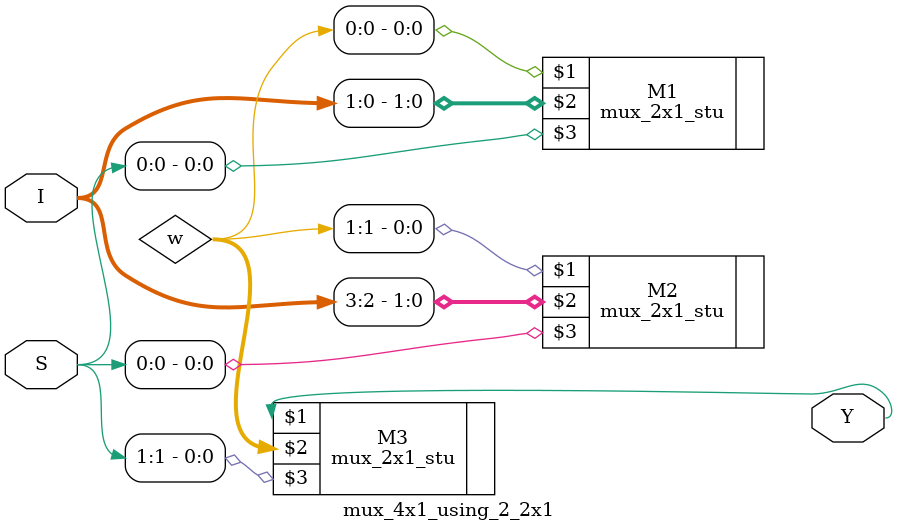
<source format=v>
module mux_4x1_using_2_2x1(Y,I,S);
output Y;
input [3:0]I;
input [1:0]S;
wire [1:0]w;

mux_2x1_stu M1(w[0],I[1:0],S[0]);
mux_2x1_stu M2(w[1],I[3:2],S[0]);
mux_2x1_stu M3(Y,w[1:0],S[1]);

endmodule
</source>
